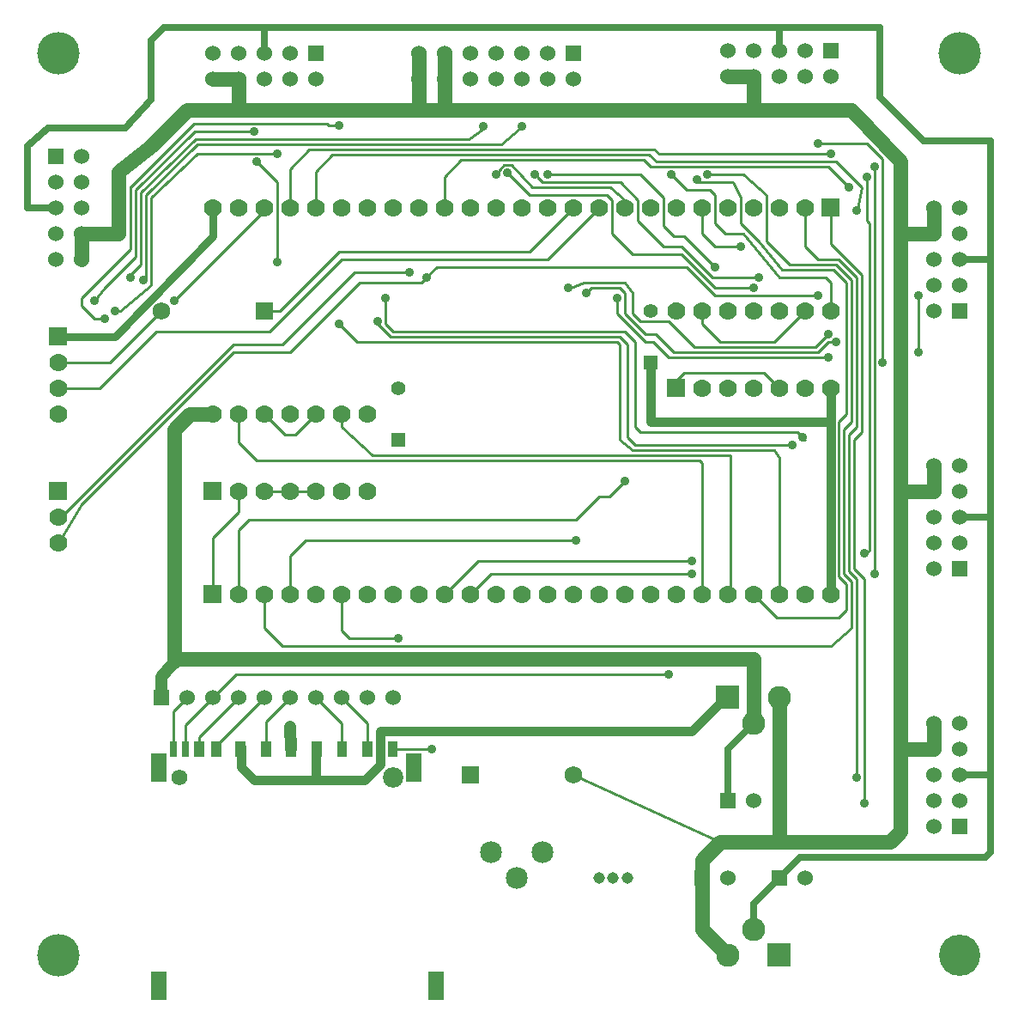
<source format=gtl>
G04 start of page 2 for group 0 idx 0 *
G04 Title: (unknown), top *
G04 Creator: pcb 20110918 *
G04 CreationDate: Sat 26 Apr 2014 10:08:02 GMT UTC *
G04 For: ksarkies *
G04 Format: Gerber/RS-274X *
G04 PCB-Dimensions: 390000 390000 *
G04 PCB-Coordinate-Origin: lower left *
%MOIN*%
%FSLAX25Y25*%
%LNTOP*%
%ADD38C,0.0453*%
%ADD37C,0.0630*%
%ADD36C,0.0290*%
%ADD35C,0.0280*%
%ADD34C,0.0380*%
%ADD33C,0.1140*%
%ADD32C,0.0200*%
%ADD31C,0.0360*%
%ADD30R,0.0590X0.0590*%
%ADD29R,0.0276X0.0276*%
%ADD28R,0.0394X0.0394*%
%ADD27C,0.0615*%
%ADD26C,0.0850*%
%ADD25C,0.0795*%
%ADD24C,0.0680*%
%ADD23C,0.1600*%
%ADD22C,0.0700*%
%ADD21C,0.0900*%
%ADD20C,0.0001*%
%ADD19C,0.0600*%
%ADD18C,0.1650*%
%ADD17C,0.0150*%
%ADD16C,0.0450*%
%ADD15C,0.0350*%
%ADD14C,0.0300*%
%ADD13C,0.0250*%
%ADD12C,0.0100*%
%ADD11C,0.0550*%
G54D11*X328000Y348000D02*X70000D01*
G54D12*X194500Y323500D02*X195000Y323000D01*
X196000Y326500D02*X193000D01*
X190000Y323000D01*
X125000Y342000D02*X129000D01*
X233000Y315000D02*X203000D01*
X194500Y323500D01*
X234500Y318000D02*X204000D01*
X196000Y326500D01*
X73000Y339500D02*X96000D01*
X72750Y342750D02*X124250D01*
X125000Y342000D01*
X180000Y360000D02*X181000D01*
G54D11*X290000Y361000D02*X280000D01*
X290000D02*Y349000D01*
G54D13*X300000Y370000D02*Y380000D01*
G54D11*X170000Y370000D02*Y348000D01*
X160000Y370000D02*Y348000D01*
G54D12*X129000Y293000D02*X203000D01*
X130000Y290000D02*X210000D01*
X161000Y281000D02*X163000Y283000D01*
X162500Y282500D02*X163500Y283500D01*
X167000Y287000D01*
X264000D01*
X218000Y279000D02*X219000D01*
X224000Y281000D01*
X227000Y279000D02*X225000Y277000D01*
X224000Y281000D02*X240000D01*
X243000Y277000D01*
X240000D02*X238000Y279000D01*
X227000D01*
X292000Y283000D02*X274000D01*
X290000Y279000D02*X275000D01*
X274000Y283000D02*X262000Y295000D01*
X275000Y279000D02*X262000Y292000D01*
X300000Y283000D02*X286000Y300000D01*
X270000Y270000D02*Y265000D01*
X277000Y258000D01*
X237000D02*X136000D01*
X149000Y260000D02*X238000D01*
X150000Y262000D02*X240000D01*
X322000Y258000D02*X319000D01*
X252000Y261000D02*X248000D01*
Y258000D02*X251000D01*
X237000Y269000D02*Y275000D01*
X243000Y277000D02*Y270000D01*
X240000Y269000D02*Y277000D01*
X238000Y257000D02*X237000Y258000D01*
X238000Y260000D02*X241000Y257000D01*
X243000Y270000D02*Y269000D01*
X246000Y266000D01*
X257000D01*
X248000Y261000D02*X240000Y269000D01*
X237000D02*X248000Y258000D01*
X320000Y270000D02*Y281000D01*
X318000Y283000D01*
X300000D01*
X210000Y290000D02*X230000Y310000D01*
X275000Y287000D02*X263000Y299000D01*
X203000Y293000D02*X220000Y310000D01*
X263000Y299000D02*X259000D01*
X255000Y303000D01*
Y314000D01*
X246000Y323000D01*
X262000Y295000D02*X255000D01*
X245000Y305000D01*
Y313000D01*
X262000Y292000D02*X243000D01*
X235000Y300000D01*
Y313000D01*
X240000Y310000D02*Y313000D01*
X245000D02*X238500Y320000D01*
X264000Y317000D02*X258000Y323000D01*
X235000Y313000D02*X233000Y315000D01*
X240000Y313000D02*X234500Y318000D01*
X286000Y300000D02*X279000D01*
X275000Y304000D01*
Y315000D01*
X273000Y317000D01*
X264000D01*
X246000Y323000D02*X211000D01*
D03*
X238500Y320000D02*X208000D01*
X206000Y322000D01*
G54D11*X65077Y224077D02*X71000Y230000D01*
G54D12*X20000Y250000D02*X40000D01*
X58000Y262000D02*X36000Y240000D01*
X20000D01*
X40000Y250000D02*X60000Y270000D01*
X42000D02*X44000D01*
G54D14*X20000Y260000D02*X42000D01*
G54D12*X34000Y274000D02*X38000Y279000D01*
Y267000D02*X34000D01*
X29000Y272000D01*
Y275000D01*
G54D13*X46000Y341000D02*X16000D01*
X56000Y375000D02*Y352000D01*
X46000Y341000D01*
X16000D02*X8000Y334000D01*
Y310000D01*
X20000D01*
G54D11*X56000Y334000D02*X43500Y324000D01*
Y300000D01*
X30000D01*
G54D12*X50000Y291000D02*Y317000D01*
X48000Y294000D02*Y318000D01*
D03*
X102000Y262000D02*X130000Y290000D01*
X100000Y309000D02*X65000Y274000D01*
X107000Y257000D02*X135000Y285000D01*
X110000Y254000D02*X137000Y281000D01*
X58000Y262000D02*X102000D01*
G54D14*X42000Y260000D02*X80000Y299027D01*
G54D12*X53000Y283000D02*X54000D01*
X44000Y270000D02*X56000Y280000D01*
X38000Y279000D02*X50000Y291000D01*
X53000Y282000D02*Y283000D01*
X54000D02*Y315000D01*
X48000Y283000D02*Y284000D01*
X52000Y288000D01*
Y316000D01*
X56000Y280000D02*Y314000D01*
X29000Y275000D02*X48000Y294000D01*
G54D11*X29000Y290000D02*Y300000D01*
X70000Y348000D02*X56000Y334000D01*
G54D15*D03*
G54D12*X50000Y317000D02*X73000Y339500D01*
X52000Y316000D02*X73500Y336500D01*
X48000Y318000D02*X72750Y342750D01*
X54000Y315000D02*X74000Y334500D01*
X56000Y314000D02*X74000Y331000D01*
G54D13*X100000Y370000D02*Y380000D01*
X61000D02*X56000Y375000D01*
G54D11*X90000Y360000D02*X80000D01*
X90000D02*Y348000D01*
G54D12*X328000Y282000D02*X322000Y288000D01*
X321000Y286000D02*X326000Y281000D01*
X323000Y290000D02*X330000Y283000D01*
X322000Y288000D02*X304000D01*
X275000Y276000D02*X315000D01*
X277000Y258000D02*X298000D01*
X310000Y270000D01*
X240000Y262000D02*X244000Y258000D01*
X301000Y286000D02*X321000D01*
X304000Y288000D02*X295000Y297000D01*
Y315000D01*
X286000Y323000D01*
X220000Y310000D02*X219000Y309000D01*
X286000Y323000D02*X272000D01*
X268000Y321000D02*X269000Y320000D01*
X292000Y297000D02*X301000Y286000D01*
X142000Y214000D02*X281000D01*
Y213000D01*
Y161000D01*
X300000Y213000D02*X298000Y216000D01*
X243000D01*
X244000Y258000D02*Y225000D01*
X269000Y320000D02*X282000D01*
X285000Y314000D01*
Y304000D01*
X310000Y295000D02*X315000Y290000D01*
X323000D01*
X285000Y304000D02*X291000Y298000D01*
X292000Y297000D01*
X310000Y310000D02*Y295000D01*
X320000Y310000D02*Y296000D01*
X264000Y287000D02*X275000Y276000D01*
X244000Y218000D02*X305000D01*
X326000Y281000D02*Y231000D01*
X328000Y282000D02*Y227000D01*
X325000Y224000D01*
X330000Y283000D02*Y225000D01*
X327000Y222000D01*
X326000Y231000D02*Y230000D01*
X325000Y229000D01*
X323000Y227000D01*
Y167000D01*
X325000Y224000D02*Y168000D01*
X327000Y222000D02*Y169000D01*
X329000Y220000D02*Y170000D01*
X100000Y270000D02*X106000D01*
X129000Y293000D01*
X137000Y281000D02*X161000D01*
X135000Y285000D02*X156500D01*
X147000Y275000D02*Y265000D01*
X136000Y258000D02*X129000Y265000D01*
X144000Y266000D02*Y265000D01*
X149000Y260000D01*
X147000Y265000D02*X150000Y262000D01*
G54D14*X80000Y299027D02*Y310000D01*
G54D12*Y309000D01*
X74000Y331000D02*X105000D01*
Y320000D02*Y289000D01*
X97000Y328000D02*X105000Y320000D01*
G54D15*X91000Y93000D02*X91094Y101024D01*
G54D12*X74566Y100000D02*Y104566D01*
X81259Y100000D02*Y101259D01*
Y100259D02*Y101259D01*
G54D15*X96000Y88000D02*X91000Y93000D01*
G54D16*X60000Y128000D02*Y120000D01*
G54D12*X64566Y100000D02*Y114566D01*
X70000Y120000D01*
X69500Y119500D01*
X69290Y100000D02*Y109290D01*
X74566Y104566D02*X90000Y120000D01*
X89000Y119000D01*
X81259Y101259D02*X100000Y120000D01*
X100629Y110629D02*X110000Y120000D01*
X109500Y119500D01*
X69290Y109290D02*X89000Y129000D01*
G54D11*X65077Y133923D02*Y224077D01*
G54D12*X20000Y190000D02*X21000D01*
X20000Y180000D02*X29000Y195000D01*
X21000Y190000D02*X88000Y257000D01*
X29000Y195000D02*X88000Y254000D01*
G54D15*X120149Y101024D02*Y87851D01*
X139000Y88000D02*X136172D01*
G54D17*X146000Y107000D02*X145000D01*
G54D15*Y94000D01*
X139000Y88000D01*
X136000D02*X96000D01*
G54D16*X110000Y108530D02*X110470Y100000D01*
G54D12*X100629D02*Y110629D01*
X130156Y100000D02*Y109844D01*
X120000Y120000D01*
X121000Y119000D01*
X89000Y129000D02*X257000D01*
X139999Y100000D02*Y110001D01*
X149841Y100000D02*X165000D01*
D03*
X139999Y110001D02*X130000Y120000D01*
X130500Y119500D01*
X133000Y143000D02*X152000D01*
X80000Y230000D02*Y231000D01*
X90000Y200000D02*Y192000D01*
X80000Y182000D01*
Y160000D01*
X90000Y230000D02*Y219000D01*
Y160000D02*Y185000D01*
G54D11*X71000Y230000D02*X80000D01*
G54D12*X100000D02*X108000Y222000D01*
X112000D01*
X120000Y230000D01*
Y231000D01*
X88000Y257000D02*X107000D01*
X88000Y254000D02*X110000D01*
X130000Y162000D02*Y146000D01*
X133000Y143000D01*
X130000Y230000D02*Y225000D01*
X90000Y219000D02*X97000Y212000D01*
X110000Y160000D02*Y175000D01*
X116000Y181000D01*
X100000Y200000D02*X120000D01*
X90000Y185000D02*X94000Y189000D01*
X100000Y160000D02*Y147000D01*
X107000Y140000D01*
X130000Y225000D02*X142000Y214000D01*
X116000Y181000D02*X221000D01*
X94000Y189000D02*X221000D01*
X183000Y173000D02*X170000Y160000D01*
X170500Y160500D01*
X188000Y168000D02*X180000Y160000D01*
G54D15*X250000Y227000D02*Y250000D01*
G54D12*X243000Y216000D02*X238000Y220000D01*
X241000Y221000D02*X244000Y218000D01*
Y225000D02*X246000Y223000D01*
X238000Y220000D02*Y257000D01*
X241000D02*Y221000D01*
X221000Y189000D02*X224000Y192000D01*
X230000Y198000D01*
X234000D01*
X240000Y204000D01*
G54D15*X206000Y107000D02*X146000D01*
G54D11*X290000Y135000D02*X66000D01*
G54D16*X60000Y128000D01*
G54D12*X97000Y212000D02*X269000D01*
X270000Y211000D01*
X266000Y173000D02*X183000D01*
X266000Y168000D02*X188000D01*
X270000Y211000D02*Y160000D01*
X299000Y151000D02*X290000Y160000D01*
X107000Y140000D02*X320000D01*
X280000Y120000D02*X279000D01*
G54D15*X266000Y107000D01*
X205000D01*
G54D12*X220000Y90000D02*X277000Y64000D01*
X220500Y89500D02*X220000Y90000D01*
X221000Y89000D01*
G54D11*X270000Y57000D02*X277000Y64000D01*
X270000Y57000D02*Y30000D01*
X300000Y120000D02*Y64000D01*
G54D13*X280000Y80000D02*Y100000D01*
X290000Y110000D01*
G54D11*X270000Y30000D02*X280000Y20000D01*
G54D12*X279500Y20500D01*
G54D11*X343000Y64000D02*X277000D01*
G54D13*X290000Y30000D02*Y40000D01*
X308000Y58000D01*
X380000D01*
X382000Y60000D01*
G54D12*X333000Y96000D02*Y79000D01*
G54D11*X360000Y110000D02*Y100000D01*
X343000Y64000D02*X347000Y68000D01*
X360000Y200000D02*X347000D01*
X360000Y100000D02*X347000D01*
G54D12*X320000Y140000D02*X328000Y147000D01*
Y165000D02*Y147000D01*
X326000Y154000D02*X323000Y151000D01*
X299000D01*
X335000Y177000D02*X333000Y176000D01*
X323000Y167000D02*X326000Y164000D01*
Y154000D01*
X325000Y168000D02*X328000Y165000D01*
X327000Y169000D02*X330000Y166000D01*
X329000Y170000D02*X333000Y166000D01*
X330000D02*Y89000D01*
X333000Y166000D02*Y96000D01*
G54D11*X347000Y328000D02*X328000Y348000D01*
G54D12*X322000Y328000D02*X332000Y318000D01*
X319000Y326000D02*X327000Y318000D01*
X340000Y329000D02*X334000Y335000D01*
G54D13*X356000Y336000D02*X339000Y353000D01*
G54D12*X251500Y332500D02*X253500Y331000D01*
X320000D01*
X249500Y330500D02*X252500Y328000D01*
X322000D01*
X247500Y328500D02*X250000Y326000D01*
X319000D01*
G54D11*X360000Y300000D02*X347000D01*
G54D12*X332000Y318000D02*X330000Y308000D01*
X334000Y322000D02*Y305000D01*
X335000Y304000D01*
G54D11*X360000Y300000D02*Y310000D01*
G54D12*Y309000D01*
X334000Y335000D02*X315000D01*
X110000Y310000D02*Y325000D01*
X120000Y310000D02*Y324000D01*
X170000Y310000D02*Y322000D01*
X176500Y328500D01*
X110000Y325000D02*X117500Y332500D01*
X120000Y324000D02*X126500Y330500D01*
X117500Y332500D02*X251500D01*
X126500Y330500D02*X249500D01*
X176500Y328500D02*X247500D01*
X192000Y334500D02*X199000Y340500D01*
X179500Y336500D02*X185000Y340500D01*
X74000Y334500D02*X192000D01*
X73500Y336500D02*X179500D01*
G54D13*X339000Y380000D02*X61000D01*
X259500Y272000D02*Y270500D01*
G54D12*X260000Y270000D01*
Y240000D02*Y243000D01*
X263000Y246000D01*
X285000Y295000D02*X275000D01*
X257000Y266000D02*X267000Y256000D01*
X275000Y295000D02*X270000Y300000D01*
Y310000D01*
Y309000D01*
X259000Y254000D02*X252000Y261000D01*
G54D11*X347000Y68000D02*Y328000D01*
G54D13*X339000Y353000D02*Y380000D01*
G54D12*X340000Y251000D02*Y329000D01*
G54D13*X382000Y60000D02*Y336000D01*
X370000Y190000D02*X382000D01*
X370000Y90000D02*X382000D01*
G54D11*X360000Y210000D02*Y200000D01*
G54D15*X320000Y159000D02*Y240000D01*
G54D12*X335000Y304000D02*Y177000D01*
X332000Y284000D02*Y223000D01*
X329000Y220000D01*
G54D11*X290000Y110000D02*Y134000D01*
G54D12*X281000Y161000D02*X280000Y160000D01*
X300000D02*Y213000D01*
G54D15*X320000Y227000D02*X250000D01*
G54D12*X246000Y223000D02*X307000D01*
X310000Y220000D01*
X263000Y246000D02*X294000D01*
X300500Y239500D01*
X319000Y252000D02*X257000D01*
X267000Y256000D02*X314000D01*
X319000Y261000D01*
Y258000D02*X315000Y254000D01*
X259000D01*
X251000Y258000D02*X257000Y252000D01*
X337000Y326000D02*Y169000D01*
X320000Y296000D02*X332000Y284000D01*
G54D13*X382000Y336000D02*X356000D01*
X370000Y290000D02*X382000D01*
G54D12*X354000Y276000D02*Y254000D01*
G54D18*X370000Y370000D03*
G54D19*X310000Y361000D03*
X300000Y371000D03*
Y361000D03*
X290000D03*
X280000D03*
X290000Y371000D03*
X280000D03*
G54D20*G36*
X267000Y53000D02*Y47000D01*
X273000D01*
Y53000D01*
X267000D01*
G37*
G54D19*X280000Y50000D03*
G54D20*G36*
X295500Y24500D02*Y15500D01*
X304500D01*
Y24500D01*
X295500D01*
G37*
G54D21*X290000Y30000D03*
X280000Y20000D03*
G54D20*G36*
X275500Y124500D02*Y115500D01*
X284500D01*
Y124500D01*
X275500D01*
G37*
G54D22*X260000Y160000D03*
X270000D03*
X280000D03*
X290000D03*
G54D21*Y110000D03*
X300000Y120000D03*
G54D22*Y160000D03*
X310000D03*
X320000D03*
X300000Y240000D03*
Y270000D03*
G54D20*G36*
X297000Y53000D02*Y47000D01*
X303000D01*
Y53000D01*
X297000D01*
G37*
G54D19*X310000Y50000D03*
G54D20*G36*
X277000Y83000D02*Y77000D01*
X283000D01*
Y83000D01*
X277000D01*
G37*
G54D19*X290000Y80000D03*
X370000Y110000D03*
G54D20*G36*
X367000Y173000D02*Y167000D01*
X373000D01*
Y173000D01*
X367000D01*
G37*
G54D19*X370000Y180000D03*
Y190000D03*
Y200000D03*
Y210000D03*
X360000Y170000D03*
Y180000D03*
Y190000D03*
Y200000D03*
Y210000D03*
G54D20*G36*
X367000Y273000D02*Y267000D01*
X373000D01*
Y273000D01*
X367000D01*
G37*
G54D19*X360000Y270000D03*
Y280000D03*
Y290000D03*
Y300000D03*
Y310000D03*
X370000Y280000D03*
Y290000D03*
Y300000D03*
Y310000D03*
G54D23*Y20000D03*
G54D20*G36*
X367000Y73000D02*Y67000D01*
X373000D01*
Y73000D01*
X367000D01*
G37*
G54D19*X360000Y70000D03*
X370000Y80000D03*
X360000D03*
X370000Y90000D03*
X360000D03*
X370000Y100000D03*
X360000D03*
Y110000D03*
G54D16*X230000Y50000D03*
G54D24*X220000Y90000D03*
G54D16*X235500Y50000D03*
X241000D03*
G54D20*G36*
X176600Y93400D02*Y86600D01*
X183400D01*
Y93400D01*
X176600D01*
G37*
G54D25*X149842Y88977D03*
G54D26*X208000Y60000D03*
X198000Y50000D03*
X188000Y60000D03*
G54D22*X20000Y180000D03*
G54D18*Y20000D03*
G54D20*G36*
X16500Y263500D02*Y256500D01*
X23500D01*
Y263500D01*
X16500D01*
G37*
G54D22*X20000Y250000D03*
Y240000D03*
Y230000D03*
G54D20*G36*
X16500Y203500D02*Y196500D01*
X23500D01*
Y203500D01*
X16500D01*
G37*
G54D22*X20000Y190000D03*
G54D18*Y370000D03*
G54D20*G36*
X16000Y333000D02*Y327000D01*
X22000D01*
Y333000D01*
X16000D01*
G37*
G54D19*X29000Y330000D03*
Y320000D03*
Y310000D03*
Y300000D03*
Y290000D03*
X19000Y320000D03*
Y310000D03*
Y300000D03*
Y290000D03*
G54D20*G36*
X57000Y123000D02*Y117000D01*
X63000D01*
Y123000D01*
X57000D01*
G37*
G54D19*X70000Y120000D03*
X80000D03*
X90000D03*
X100000D03*
X110000D03*
G54D20*G36*
X76500Y163500D02*Y156500D01*
X83500D01*
Y163500D01*
X76500D01*
G37*
G54D22*X90000Y160000D03*
X100000D03*
G54D27*X67165Y88977D03*
G54D19*X120000Y120000D03*
X130000D03*
X140000D03*
X150000D03*
G54D22*X110000Y160000D03*
X120000D03*
X130000D03*
G54D20*G36*
X96600Y273400D02*Y266600D01*
X103400D01*
Y273400D01*
X96600D01*
G37*
G54D24*X60000Y270000D03*
G54D20*G36*
X76500Y203500D02*Y196500D01*
X83500D01*
Y203500D01*
X76500D01*
G37*
G54D22*X90000Y200000D03*
X100000D03*
X110000D03*
X120000D03*
X130000D03*
Y230000D03*
X120000D03*
X110000D03*
X100000D03*
X90000D03*
X80000D03*
X130000Y310000D03*
X120000D03*
X110000D03*
X100000D03*
X90000D03*
X80000D03*
G54D20*G36*
X117000Y373000D02*Y367000D01*
X123000D01*
Y373000D01*
X117000D01*
G37*
G54D19*X120000Y360000D03*
X110000Y370000D03*
Y360000D03*
X100000Y370000D03*
Y360000D03*
X90000Y370000D03*
Y360000D03*
X80000D03*
Y370000D03*
G54D22*X140000Y160000D03*
X150000D03*
X160000D03*
X170000D03*
X180000D03*
X190000D03*
X200000D03*
X210000D03*
X220000D03*
X230000D03*
X240000D03*
X250000D03*
X140000Y200000D03*
Y230000D03*
G54D20*G36*
X149250Y222750D02*Y217250D01*
X154750D01*
Y222750D01*
X149250D01*
G37*
G54D11*X152000Y240000D03*
G54D20*G36*
X247250Y252750D02*Y247250D01*
X252750D01*
Y252750D01*
X247250D01*
G37*
G54D11*X250000Y270000D03*
G54D20*G36*
X316500Y313500D02*Y306500D01*
X323500D01*
Y313500D01*
X316500D01*
G37*
G54D22*X310000Y310000D03*
X300000D03*
X250000D03*
X240000D03*
X230000D03*
X220000D03*
X210000D03*
X200000D03*
X190000D03*
X180000D03*
X170000D03*
X160000D03*
X150000D03*
X140000D03*
G54D20*G36*
X217000Y373000D02*Y367000D01*
X223000D01*
Y373000D01*
X217000D01*
G37*
G54D19*X220000Y360000D03*
X210000Y370000D03*
Y360000D03*
X200000Y370000D03*
Y360000D03*
X190000Y370000D03*
X180000D03*
X170000D03*
X160000D03*
X190000Y360000D03*
X180000D03*
X170000D03*
X160000D03*
G54D22*X290000Y310000D03*
X280000D03*
X270000D03*
X260000D03*
G54D20*G36*
X256500Y243500D02*Y236500D01*
X263500D01*
Y243500D01*
X256500D01*
G37*
G54D22*X270000Y240000D03*
X280000D03*
X290000D03*
Y270000D03*
X280000D03*
X270000D03*
X260000D03*
X310000Y240000D03*
X320000D03*
Y270000D03*
X310000D03*
G54D20*G36*
X317000Y374000D02*Y368000D01*
X323000D01*
Y374000D01*
X317000D01*
G37*
G54D19*X320000Y361000D03*
X310000Y371000D03*
G54D28*X90786Y100985D02*Y99016D01*
X100629Y100985D02*Y99016D01*
X110471Y100985D02*Y99016D01*
G54D29*X64566Y101575D02*Y98426D01*
X69290Y101575D02*Y98426D01*
G54D28*X81259Y100985D02*Y99016D01*
X74566Y100985D02*Y99016D01*
G54D30*X59094Y95472D02*Y90354D01*
Y10828D02*Y5710D01*
G54D28*X120314Y100985D02*Y99016D01*
X130156Y100985D02*Y99016D01*
X139999Y100985D02*Y99016D01*
X149841Y100985D02*Y99016D01*
G54D30*X157913Y95472D02*Y90354D01*
X166575Y10828D02*Y5710D01*
G54D31*X110000Y109000D03*
X165000Y100000D03*
X152000Y143000D03*
X257000Y129000D03*
X221000Y181000D03*
X65000Y274000D03*
X34000D03*
X48000Y283000D03*
X38000Y267000D03*
X42000Y270000D03*
X53000Y282000D03*
X96000Y339500D03*
X105000Y331000D03*
X129000Y265000D03*
X105000Y289000D03*
X97000Y328000D03*
X144000Y266000D03*
X147000Y275000D03*
X237000D03*
X218000Y279000D03*
X225000Y277000D03*
X156500Y285000D03*
X163000Y283000D03*
X200000Y341500D03*
X185000D03*
X194500Y323500D03*
X190000Y323000D03*
X272000D03*
X210000D03*
X258000D03*
X129000Y342000D03*
X205000Y323000D03*
X240000Y204000D03*
X333000Y176000D03*
X337000Y168000D03*
X330000Y89000D03*
X333000Y79000D03*
X266000Y173000D03*
Y168000D03*
X309000Y221000D03*
X305000Y218000D03*
X340000Y250000D03*
X319000Y252000D03*
Y261000D03*
X322000Y258000D03*
X330000Y309000D03*
X327000Y318000D03*
X320000Y331000D03*
X334000Y322000D03*
X337000Y326000D03*
X315000Y335000D03*
X268000Y321000D03*
X285000Y295000D03*
X315000Y276000D03*
X275000Y287000D03*
X292000Y283000D03*
X290000Y279000D03*
X354000Y276000D03*
Y254000D03*
G54D32*G54D33*G54D34*G54D14*G54D19*G54D35*G54D19*G54D35*G54D14*G54D34*G54D33*G54D34*G54D36*G54D34*G54D36*G54D34*G54D37*G54D35*G54D33*G54D35*G54D33*G54D34*G54D35*G54D38*G54D35*G54D34*G54D35*G54D34*G54D35*G54D14*G54D35*G54D34*G54D35*G54D34*M02*

</source>
